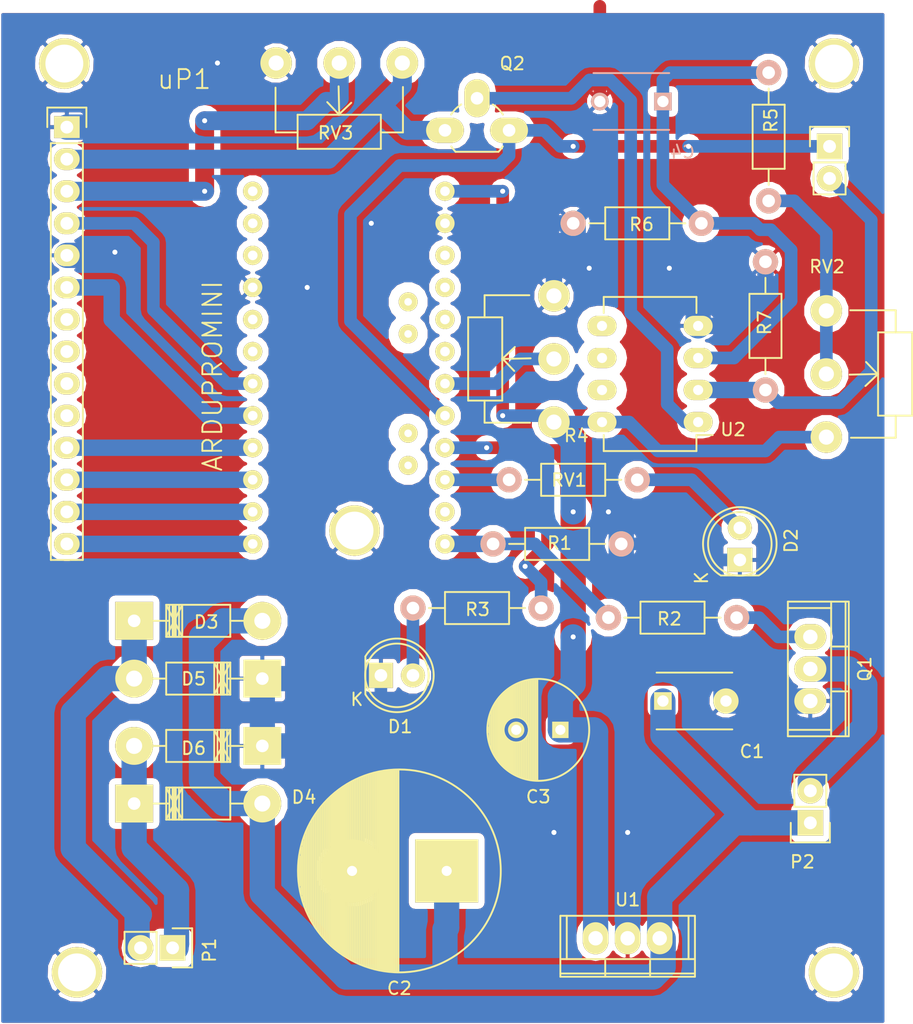
<source format=kicad_pcb>
(kicad_pcb (version 4) (host pcbnew 4.0.2+dfsg1-stable)
  (layers (0 F.Cu signal) (31 B.Cu signal) (34 B.Paste user) (35 F.Paste user) (36 B.SilkS user) (37 F.SilkS user) (38 B.Mask user) (39 F.Mask user) (44 Edge.Cuts user))
  (net 0 "")
  (net 1 /24V)
  (net 2 GND)
  (net 3 VCC)
  (net 4 "Net-(C4-Pad1)")
  (net 5 "Net-(D1-Pad2)")
  (net 6 "Net-(D2-Pad2)")
  (net 7 "Net-(D3-Pad1)")
  (net 8 "Net-(D4-Pad1)")
  (net 9 "Net-(P2-Pad2)")
  (net 10 /AD0)
  (net 11 "Net-(P3-Pad2)")
  (net 12 /VO)
  (net 13 /RS)
  (net 14 /E)
  (net 15 "Net-(P4-Pad7)")
  (net 16 "Net-(P4-Pad8)")
  (net 17 "Net-(P4-Pad9)")
  (net 18 "Net-(P4-Pad10)")
  (net 19 /D4)
  (net 20 /D5)
  (net 21 /D6)
  (net 22 /D7)
  (net 23 "Net-(Q1-Pad1)")
  (net 24 "Net-(Q2-Pad2)")
  (net 25 /PWM)
  (net 26 /LED_1)
  (net 27 /LED_2)
  (net 28 "Net-(R5-Pad1)")
  (net 29 /AD1)
  (net 30 "Net-(uP1-Pad7)")
  (net 31 "Net-(uP1-Pad8)")
  (net 32 "Net-(uP1-Pad9)")
  (net 33 "Net-(uP1-Pad11)")
  (net 34 "Net-(uP1-Pad12)")
  (net 35 "Net-(uP1-Pad21)")
  (net 36 "Net-(uP1-Pad22)")
  (net 37 "Net-(uP1-Pad23)")
  (net 38 "Net-(uP1-Pad24)")
  (net 39 "Net-(uP1-Pad29)")
  (module Wire_Pads:SolderWirePad_single_2mmDrill (layer F.Cu) (at 83 66)
    (fp_text reference " " (at 1 -3) (layer F.SilkS))
    (fp_text value "#")
    (pad " " thru_hole circle (at 0 0) (size 4 4) (drill 3) (layers *.Cu *.Adhes *.Mask F.SilkS) (net 2 GND))
  )
  (module Wire_Pads:SolderWirePad_single_2mmDrill (layer F.Cu) (at 61 101)
    (fp_text reference " " (at 1 -3) (layer F.SilkS))
    (fp_text value "#")
    (pad " " thru_hole circle (at 0 0) (size 4 4) (drill 3) (layers *.Cu *.Adhes *.Mask F.SilkS) (net 2 GND))
  )
  (module Wire_Pads:SolderWirePad_single_2mmDrill (layer F.Cu) (at 121 101)
    (fp_text reference " " (at 1 -3) (layer F.SilkS))
    (fp_text value "#")
    (pad " " thru_hole circle (at 0 0) (size 4 4) (drill 3) (layers *.Cu *.Adhes *.Mask F.SilkS) (net 2 GND))
  )
  (module Wire_Pads:SolderWirePad_single_2mmDrill (layer F.Cu) (at 121 29)
    (fp_text reference " " (at 1 -3) (layer F.SilkS))
    (fp_text value "#")
    (pad " " thru_hole circle (at 0 0) (size 4 4) (drill 3) (layers *.Cu *.Adhes *.Mask F.SilkS) (net 2 GND))
  )
  (module Potentiometers:Potentiometer_WirePads_largePads (layer F.Cu) (at 86.78926 28.956 270)
    (fp_text reference RV3 (at 5.544 5.28926 360) (layer F.SilkS))
    (fp_text value POT)
    (pad 2 thru_hole circle (at 0 5.00126 270) (size 2.49936 2.49936) (drill 1.19888) (layers *.Cu *.Mask F.SilkS) (net 12 /VO))
    (pad 3 thru_hole circle (at 0 10.00252 270) (size 2.49936 2.49936) (drill 1.19888) (layers *.Cu *.Mask F.SilkS) (net 2 GND))
    (pad 1 thru_hole circle (at 0 0 270) (size 2.49936 2.49936) (drill 1.19888) (layers *.Cu *.Mask F.SilkS) (net 3 VCC))
  )
  (module Potentiometers:Potentiometer_WirePads_largePads (layer F.Cu) (at 98.806 57.404 180)
    (fp_text reference RV1 (at -1.194 -4.596 180) (layer F.SilkS))
    (fp_text value POT)
    (pad 2 thru_hole circle (at 0 5.00126 180) (size 2.49936 2.49936) (drill 1.19888) (layers *.Cu *.Mask F.SilkS) (net 29 /AD1))
    (pad 3 thru_hole circle (at 0 10.00252 180) (size 2.49936 2.49936) (drill 1.19888) (layers *.Cu *.Mask F.SilkS) (net 2 GND))
    (pad 1 thru_hole circle (at 0 0 180) (size 2.49936 2.49936) (drill 1.19888) (layers *.Cu *.Mask F.SilkS) (net 3 VCC))
  )
  (module Capacitors_ThroughHole:C_Disc_D6_P5 (layer F.Cu) (at 107.442 79.502)
    (fp_text reference C1 (at 7.058 3.998) (layer F.SilkS))
    (fp_text value C)
    (pad 1 thru_hole rect (at 0 0) (size 1.4 1.4) (drill 0.9) (layers *.Cu *.Mask F.SilkS) (net 1 /24V))
    (pad 2 thru_hole circle (at 5 0) (size 2 2) (drill 0.9) (layers *.Cu *.Mask F.SilkS) (net 2 GND))
  )
  (module Capacitors_ThroughHole:C_Radial_D16_L25_P7.5 (layer F.Cu) (at 90.304 92.964 180)
    (fp_text reference C2 (at 3.75 -9.3 180) (layer F.SilkS))
    (fp_text value CP)
    (pad 1 thru_hole rect (at 0 0 180) (size 5 5) (drill 0.8) (layers *.Cu *.Mask F.SilkS) (net 1 /24V))
    (pad 2 thru_hole circle (at 7.5 0 180) (size 5 5) (drill 0.8) (layers *.Cu *.Mask F.SilkS) (net 2 GND))
  )
  (module Capacitors_ThroughHole:C_Radial_D8_L11.5_P3.5 (layer F.Cu) (at 99.314 81.788 180)
    (fp_text reference C3 (at 1.75 -5.3 180) (layer F.SilkS))
    (fp_text value CP)
    (pad 2 thru_hole circle (at 3.5 0 180) (size 1.3 1.3) (drill 0.8) (layers *.Cu *.Mask F.SilkS) (net 2 GND))
    (pad 1 thru_hole rect (at 0 0 180) (size 1.3 1.3) (drill 0.8) (layers *.Cu *.Mask F.SilkS) (net 3 VCC))
  )
  (module Capacitors_ThroughHole:C_Disc_D6_P5 (layer B.Cu) (at 107.442 32.004 180)
    (fp_text reference C4 (at -1.558 -4.004 180) (layer B.SilkS) (effects (justify mirror)))
    (fp_text value C)
    (pad 1 thru_hole rect (at 0 0 180) (size 1.4 1.4) (drill 0.9) (layers *.Cu *.Mask B.SilkS) (net 4 "Net-(C4-Pad1)"))
    (pad 2 thru_hole circle (at 5 0 180) (size 1.4 1.4) (drill 0.9) (layers *.Cu *.Mask B.SilkS) (net 2 GND))
  )
  (module LEDs:LED-5MM (layer F.Cu) (at 85.09 77.47)
    (fp_text reference D1 (at 1.524 4.064) (layer F.SilkS))
    (fp_text value LED)
    (fp_text user K (at -1.905 1.905) (layer F.SilkS))
    (pad 1 thru_hole rect (at 0 0 90) (size 2 1.9) (drill 1.00076) (layers *.Cu *.Mask F.SilkS) (net 2 GND))
    (pad 2 thru_hole circle (at 2.54 0) (size 1.9 1.9) (drill 1.00076) (layers *.Cu *.Mask F.SilkS) (net 5 "Net-(D1-Pad2)"))
  )
  (module LEDs:LED-5MM (layer F.Cu) (at 113.538 68.326 90)
    (fp_text reference D2 (at 1.524 4.064 90) (layer F.SilkS))
    (fp_text value LED)
    (fp_text user K (at -1.424 -3.038 90) (layer F.SilkS))
    (pad 1 thru_hole rect (at 0 0 180) (size 2 1.9) (drill 1.00076) (layers *.Cu *.Mask F.SilkS) (net 2 GND))
    (pad 2 thru_hole circle (at 2.54 0 90) (size 1.9 1.9) (drill 1.00076) (layers *.Cu *.Mask F.SilkS) (net 6 "Net-(D2-Pad2)"))
  )
  (module Diodes_ThroughHole:Diode_DO-41_SOD81_Horizontal_RM10 (layer F.Cu) (at 65.532 73.152)
    (fp_text reference D3 (at 5.718 0.098) (layer F.SilkS))
    (fp_text value DIODE)
    (pad 2 thru_hole circle (at 10.16 -0.00254 180) (size 3 3) (drill 1.27) (layers *.Cu *.Mask F.SilkS) (net 1 /24V))
    (pad 1 thru_hole rect (at 0 -0.00254 180) (size 3 3) (drill 1.00076) (layers *.Cu *.Mask F.SilkS) (net 7 "Net-(D3-Pad1)"))
  )
  (module Diodes_ThroughHole:Diode_DO-41_SOD81_Horizontal_RM10 (layer F.Cu) (at 65.532 87.63)
    (fp_text reference D4 (at 13.462 -0.508) (layer F.SilkS))
    (fp_text value DIODE)
    (pad 2 thru_hole circle (at 10.16 -0.00254 180) (size 3 3) (drill 1.27) (layers *.Cu *.Mask F.SilkS) (net 1 /24V))
    (pad 1 thru_hole rect (at 0 -0.00254 180) (size 3 3) (drill 1.00076) (layers *.Cu *.Mask F.SilkS) (net 8 "Net-(D4-Pad1)"))
  )
  (module Diodes_ThroughHole:Diode_DO-41_SOD81_Horizontal_RM10 (layer F.Cu) (at 75.692 77.724 180)
    (fp_text reference D5 (at 5.442 -0.026 180) (layer F.SilkS))
    (fp_text value DIODE)
    (pad 2 thru_hole circle (at 10.16 -0.00254) (size 3 3) (drill 1.27) (layers *.Cu *.Mask F.SilkS) (net 7 "Net-(D3-Pad1)"))
    (pad 1 thru_hole rect (at 0 -0.00254) (size 3 3) (drill 1.00076) (layers *.Cu *.Mask F.SilkS) (net 2 GND))
  )
  (module Diodes_ThroughHole:Diode_DO-41_SOD81_Horizontal_RM10 (layer F.Cu) (at 75.692 83.058 180)
    (fp_text reference D6 (at 5.442 -0.192 180) (layer F.SilkS))
    (fp_text value DIODE)
    (pad 2 thru_hole circle (at 10.16 -0.00254) (size 3 3) (drill 1.27) (layers *.Cu *.Mask F.SilkS) (net 8 "Net-(D4-Pad1)"))
    (pad 1 thru_hole rect (at 0 -0.00254) (size 3 3) (drill 1.00076) (layers *.Cu *.Mask F.SilkS) (net 2 GND))
  )
  (module Pin_Headers:Pin_Header_Straight_1x02 (layer F.Cu) (at 68.58 99.06 270)
    (fp_text reference P1 (at 0.19 -2.92 270) (layer F.SilkS))
    (fp_text value AC_IN)
    (pad 1 thru_hole rect (at 0 0 270) (size 2.032 2.032) (drill 1.016) (layers *.Cu *.Mask F.SilkS) (net 8 "Net-(D4-Pad1)"))
    (pad 2 thru_hole oval (at 0 2.54 270) (size 2.032 2.032) (drill 1.016) (layers *.Cu *.Mask F.SilkS) (net 7 "Net-(D3-Pad1)"))
  )
  (module Pin_Headers:Pin_Header_Straight_1x02 (layer F.Cu) (at 119.126 89.154 180)
    (fp_text reference P2 (at 0.626 -3.096 180) (layer F.SilkS))
    (fp_text value HEATER_OUT)
    (pad 1 thru_hole rect (at 0 0 180) (size 2.032 2.032) (drill 1.016) (layers *.Cu *.Mask F.SilkS) (net 1 /24V))
    (pad 2 thru_hole oval (at 0 2.54 180) (size 2.032 2.032) (drill 1.016) (layers *.Cu *.Mask F.SilkS) (net 9 "Net-(P2-Pad2)"))
  )
  (module Pin_Headers:Pin_Header_Straight_1x02 (layer F.Cu) (at 120.65 35.56)
    (fp_text reference P3 (at 0 -5.1) (layer F.SilkS))
    (fp_text value TEMP_SENSOR)
    (pad 1 thru_hole rect (at 0 0) (size 2.032 2.032) (drill 1.016) (layers *.Cu *.Mask F.SilkS) (net 10 /AD0))
    (pad 2 thru_hole oval (at 0 2.54) (size 2.032 2.032) (drill 1.016) (layers *.Cu *.Mask F.SilkS) (net 11 "Net-(P3-Pad2)"))
  )
  (module Pin_Headers:Pin_Header_Straight_1x14 (layer F.Cu) (at 60.198 34.036)
    (fp_text reference P4 (at 0 -5.1) (layer F.SilkS))
    (fp_text value CONN_01X14)
    (pad 1 thru_hole rect (at 0 0) (size 2.032 1.7272) (drill 1.016) (layers *.Cu *.Mask F.SilkS) (net 2 GND))
    (pad 2 thru_hole oval (at 0 2.54) (size 2.032 1.7272) (drill 1.016) (layers *.Cu *.Mask F.SilkS) (net 3 VCC))
    (pad 3 thru_hole oval (at 0 5.08) (size 2.032 1.7272) (drill 1.016) (layers *.Cu *.Mask F.SilkS) (net 12 /VO))
    (pad 4 thru_hole oval (at 0 7.62) (size 2.032 1.7272) (drill 1.016) (layers *.Cu *.Mask F.SilkS) (net 13 /RS))
    (pad 5 thru_hole oval (at 0 10.16) (size 2.032 1.7272) (drill 1.016) (layers *.Cu *.Mask F.SilkS) (net 2 GND))
    (pad 6 thru_hole oval (at 0 12.7) (size 2.032 1.7272) (drill 1.016) (layers *.Cu *.Mask F.SilkS) (net 14 /E))
    (pad 7 thru_hole oval (at 0 15.24) (size 2.032 1.7272) (drill 1.016) (layers *.Cu *.Mask F.SilkS) (net 15 "Net-(P4-Pad7)"))
    (pad 8 thru_hole oval (at 0 17.78) (size 2.032 1.7272) (drill 1.016) (layers *.Cu *.Mask F.SilkS) (net 16 "Net-(P4-Pad8)"))
    (pad 9 thru_hole oval (at 0 20.32) (size 2.032 1.7272) (drill 1.016) (layers *.Cu *.Mask F.SilkS) (net 17 "Net-(P4-Pad9)"))
    (pad 10 thru_hole oval (at 0 22.86) (size 2.032 1.7272) (drill 1.016) (layers *.Cu *.Mask F.SilkS) (net 18 "Net-(P4-Pad10)"))
    (pad 11 thru_hole oval (at 0 25.4) (size 2.032 1.7272) (drill 1.016) (layers *.Cu *.Mask F.SilkS) (net 19 /D4))
    (pad 12 thru_hole oval (at 0 27.94) (size 2.032 1.7272) (drill 1.016) (layers *.Cu *.Mask F.SilkS) (net 20 /D5))
    (pad 13 thru_hole oval (at 0 30.48) (size 2.032 1.7272) (drill 1.016) (layers *.Cu *.Mask F.SilkS) (net 21 /D6))
    (pad 14 thru_hole oval (at 0 33.02) (size 2.032 1.7272) (drill 1.016) (layers *.Cu *.Mask F.SilkS) (net 22 /D7))
  )
  (module Power_Integrations:TO-220 (layer F.Cu) (at 119.126 76.962 270)
    (fp_text reference Q1 (at 0 -4.318 270) (layer F.SilkS))
    (fp_text value IRF540N)
    (pad 2 thru_hole oval (at 0 0 270) (size 2.032 2.54) (drill 1.143) (layers *.Cu *.Mask F.SilkS) (net 9 "Net-(P2-Pad2)"))
    (pad 3 thru_hole oval (at 2.54 0 270) (size 2.032 2.54) (drill 1.143) (layers *.Cu *.Mask F.SilkS) (net 2 GND))
    (pad 1 thru_hole oval (at -2.54 0 270) (size 2.032 2.54) (drill 1.143) (layers *.Cu *.Mask F.SilkS) (net 23 "Net-(Q1-Pad1)"))
  )
  (module TO_SOT_Packages_THT:TO-92_Rugged (layer F.Cu) (at 90.17 34.29)
    (fp_text reference Q2 (at 5.33 -5.29) (layer F.SilkS))
    (fp_text value BC547)
    (pad 2 thru_hole oval (at 2.54 -2.54 90) (size 2.99974 1.99898) (drill 1) (layers *.Cu *.Mask F.SilkS) (net 24 "Net-(Q2-Pad2)"))
    (pad 1 thru_hole oval (at 0 0 90) (size 1.99898 2.99974) (drill 1) (layers *.Cu *.Mask F.SilkS) (net 3 VCC))
    (pad 3 thru_hole oval (at 5.08 0 90) (size 1.99898 2.99974) (drill 1) (layers *.Cu *.Mask F.SilkS) (net 10 /AD0))
  )
  (module Resistors_ThroughHole:Resistor_Horizontal_RM10mm (layer F.Cu) (at 93.98 67.056)
    (fp_text reference R1 (at 5.27 -0.056) (layer F.SilkS))
    (fp_text value R)
    (pad 1 thru_hole circle (at 0 0) (size 1.99898 1.99898) (drill 1.00076) (layers *.Cu *.SilkS *.Mask) (net 25 /PWM))
    (pad 2 thru_hole circle (at 10.16 0) (size 1.99898 1.99898) (drill 1.00076) (layers *.Cu *.SilkS *.Mask) (net 2 GND))
  )
  (module Resistors_ThroughHole:Resistor_Horizontal_RM10mm (layer F.Cu) (at 113.284 72.898 180)
    (fp_text reference R2 (at 5.32892 -0.102 180) (layer F.SilkS))
    (fp_text value R)
    (pad 1 thru_hole circle (at 0 0 180) (size 1.99898 1.99898) (drill 1.00076) (layers *.Cu *.SilkS *.Mask) (net 23 "Net-(Q1-Pad1)"))
    (pad 2 thru_hole circle (at 10.16 0 180) (size 1.99898 1.99898) (drill 1.00076) (layers *.Cu *.SilkS *.Mask) (net 25 /PWM))
  )
  (module Resistors_ThroughHole:Resistor_Horizontal_RM10mm (layer F.Cu) (at 97.79 72.136 180)
    (fp_text reference R3 (at 5.04 -0.114 180) (layer F.SilkS))
    (fp_text value R)
    (pad 1 thru_hole circle (at 0 0 180) (size 1.99898 1.99898) (drill 1.00076) (layers *.Cu *.SilkS *.Mask) (net 26 /LED_1))
    (pad 2 thru_hole circle (at 10.16 0 180) (size 1.99898 1.99898) (drill 1.00076) (layers *.Cu *.SilkS *.Mask) (net 5 "Net-(D1-Pad2)"))
  )
  (module Resistors_ThroughHole:Resistor_Horizontal_RM10mm (layer F.Cu) (at 95.25 61.976)
    (fp_text reference R4 (at 5.32892 -3.50012) (layer F.SilkS))
    (fp_text value R)
    (pad 1 thru_hole circle (at 0 0) (size 1.99898 1.99898) (drill 1.00076) (layers *.Cu *.SilkS *.Mask) (net 27 /LED_2))
    (pad 2 thru_hole circle (at 10.16 0) (size 1.99898 1.99898) (drill 1.00076) (layers *.Cu *.SilkS *.Mask) (net 6 "Net-(D2-Pad2)"))
  )
  (module Resistors_ThroughHole:Resistor_Horizontal_RM10mm (layer F.Cu) (at 115.824 39.878 90)
    (fp_text reference R5 (at 6.378 0.176 90) (layer F.SilkS))
    (fp_text value R)
    (pad 1 thru_hole circle (at 0 0 90) (size 1.99898 1.99898) (drill 1.00076) (layers *.Cu *.SilkS *.Mask) (net 28 "Net-(R5-Pad1)"))
    (pad 2 thru_hole circle (at 10.16 0 90) (size 1.99898 1.99898) (drill 1.00076) (layers *.Cu *.SilkS *.Mask) (net 4 "Net-(C4-Pad1)"))
  )
  (module Resistors_ThroughHole:Resistor_Horizontal_RM10mm (layer F.Cu) (at 110.49 41.656 180)
    (fp_text reference R6 (at 4.74 -0.094 180) (layer F.SilkS))
    (fp_text value R)
    (pad 1 thru_hole circle (at 0 0 180) (size 1.99898 1.99898) (drill 1.00076) (layers *.Cu *.SilkS *.Mask) (net 4 "Net-(C4-Pad1)"))
    (pad 2 thru_hole circle (at 10.16 0 180) (size 1.99898 1.99898) (drill 1.00076) (layers *.Cu *.SilkS *.Mask) (net 2 GND))
  )
  (module Resistors_ThroughHole:Resistor_Horizontal_RM10mm (layer F.Cu) (at 115.57 54.864 90)
    (fp_text reference R7 (at 5.32892 -0.07 90) (layer F.SilkS))
    (fp_text value 47)
    (pad 1 thru_hole circle (at 0 0 90) (size 1.99898 1.99898) (drill 1.00076) (layers *.Cu *.SilkS *.Mask) (net 11 "Net-(P3-Pad2)"))
    (pad 2 thru_hole circle (at 10.16 0 90) (size 1.99898 1.99898) (drill 1.00076) (layers *.Cu *.SilkS *.Mask) (net 2 GND))
  )
  (module Potentiometers:Potentiometer_WirePads_largePads (layer F.Cu) (at 120.396 48.59274)
    (fp_text reference RV2 (at 0.0508 -3.49758) (layer F.SilkS))
    (fp_text value POT)
    (pad 2 thru_hole circle (at 0 5.00126) (size 2.49936 2.49936) (drill 1.19888) (layers *.Cu *.Mask F.SilkS) (net 28 "Net-(R5-Pad1)"))
    (pad 3 thru_hole circle (at 0 10.00252) (size 2.49936 2.49936) (drill 1.19888) (layers *.Cu *.Mask F.SilkS) (net 3 VCC))
    (pad 1 thru_hole circle (at 0 0) (size 2.49936 2.49936) (drill 1.19888) (layers *.Cu *.Mask F.SilkS) (net 28 "Net-(R5-Pad1)"))
  )
  (module Power_Integrations:TO-220 (layer F.Cu) (at 104.648 98.298 180)
    (fp_text reference U1 (at 0 3.048 180) (layer F.SilkS))
    (fp_text value LM7805CT)
    (pad 2 thru_hole oval (at 0 0 180) (size 2.032 2.54) (drill 1.143) (layers *.Cu *.Mask F.SilkS) (net 2 GND))
    (pad 3 thru_hole oval (at 2.54 0 180) (size 2.032 2.54) (drill 1.143) (layers *.Cu *.Mask F.SilkS) (net 3 VCC))
    (pad 1 thru_hole oval (at -2.54 0 180) (size 2.032 2.54) (drill 1.143) (layers *.Cu *.Mask F.SilkS) (net 1 /24V))
  )
  (module Housings_DIP:DIP-8_W7.62mm_LongPads (layer F.Cu) (at 110.236 57.404 180)
    (fp_text reference U2 (at -2.764 -0.596 180) (layer F.SilkS))
    (fp_text value LM358N)
    (pad 1 thru_hole oval (at 0 0 180) (size 2.3 1.6) (drill 0.8) (layers *.Cu *.Mask F.SilkS) (net 24 "Net-(Q2-Pad2)"))
    (pad 2 thru_hole oval (at 0 2.54 180) (size 2.3 1.6) (drill 0.8) (layers *.Cu *.Mask F.SilkS) (net 11 "Net-(P3-Pad2)"))
    (pad 3 thru_hole oval (at 0 5.08 180) (size 2.3 1.6) (drill 0.8) (layers *.Cu *.Mask F.SilkS) (net 4 "Net-(C4-Pad1)"))
    (pad 4 thru_hole oval (at 0 7.62 180) (size 2.3 1.6) (drill 0.8) (layers *.Cu *.Mask F.SilkS) (net 2 GND))
    (pad 5 thru_hole oval (at 7.62 7.62 180) (size 2.3 1.6) (drill 0.8) (layers *.Cu *.Mask F.SilkS))
    (pad 6 thru_hole oval (at 7.62 5.08 180) (size 2.3 1.6) (drill 0.8) (layers *.Cu *.Mask F.SilkS))
    (pad 7 thru_hole oval (at 7.62 2.54 180) (size 2.3 1.6) (drill 0.8) (layers *.Cu *.Mask F.SilkS))
    (pad 8 thru_hole oval (at 7.62 0 180) (size 2.3 1.6) (drill 0.8) (layers *.Cu *.Mask F.SilkS) (net 3 VCC))
  )
  (module ArduProMiniTKB:ArduProMini-6 (layer F.Cu) (at 72.39 32.766)
    (fp_text reference uP1 (at -2.89 -2.516) (layer F.SilkS) (effects (font (size 1.5 1.5))))
    (fp_text value ARDUPROMINI (at -0.64 20.984 90) (layer F.SilkS) (effects (font (size 1.5 1.5))))
    (pad 7 thru_hole circle (at 2.54 6.35) (size 1.524 1.524) (drill 0.762) (layers *.Cu *.Mask F.SilkS) (net 30 "Net-(uP1-Pad7)"))
    (pad 8 thru_hole circle (at 2.54 8.89) (size 1.524 1.524) (drill 0.762) (layers *.Cu *.Mask F.SilkS) (net 31 "Net-(uP1-Pad8)"))
    (pad 9 thru_hole circle (at 2.54 11.43) (size 1.524 1.524) (drill 0.762) (layers *.Cu *.Mask F.SilkS) (net 32 "Net-(uP1-Pad9)"))
    (pad 10 thru_hole circle (at 2.54 13.97) (size 1.524 1.524) (drill 0.762) (layers *.Cu *.Mask F.SilkS) (net 2 GND))
    (pad 11 thru_hole circle (at 2.54 16.51) (size 1.524 1.524) (drill 0.762) (layers *.Cu *.Mask F.SilkS) (net 33 "Net-(uP1-Pad11)"))
    (pad 12 thru_hole circle (at 2.54 19.05) (size 1.524 1.524) (drill 0.762) (layers *.Cu *.Mask F.SilkS) (net 34 "Net-(uP1-Pad12)"))
    (pad 13 thru_hole circle (at 2.54 21.59) (size 1.524 1.524) (drill 0.762) (layers *.Cu *.Mask F.SilkS) (net 13 /RS))
    (pad 14 thru_hole circle (at 2.54 24.13) (size 1.524 1.524) (drill 0.762) (layers *.Cu *.Mask F.SilkS) (net 14 /E))
    (pad 15 thru_hole circle (at 2.54 26.67) (size 1.524 1.524) (drill 0.762) (layers *.Cu *.Mask F.SilkS) (net 19 /D4))
    (pad 16 thru_hole circle (at 2.54 29.21) (size 1.524 1.524) (drill 0.762) (layers *.Cu *.Mask F.SilkS) (net 20 /D5))
    (pad 17 thru_hole circle (at 2.54 31.75) (size 1.524 1.524) (drill 0.762) (layers *.Cu *.Mask F.SilkS) (net 21 /D6))
    (pad 18 thru_hole circle (at 2.54 34.29) (size 1.524 1.524) (drill 0.762) (layers *.Cu *.Mask F.SilkS) (net 22 /D7))
    (pad 19 thru_hole circle (at 17.78 6.35) (size 1.524 1.524) (drill 0.762) (layers *.Cu *.Mask F.SilkS) (net 3 VCC))
    (pad 20 thru_hole circle (at 17.78 8.89) (size 1.524 1.524) (drill 0.762) (layers *.Cu *.Mask F.SilkS) (net 2 GND))
    (pad 21 thru_hole circle (at 17.78 11.43) (size 1.524 1.524) (drill 0.762) (layers *.Cu *.Mask F.SilkS) (net 35 "Net-(uP1-Pad21)"))
    (pad 22 thru_hole circle (at 17.78 13.97) (size 1.524 1.524) (drill 0.762) (layers *.Cu *.Mask F.SilkS) (net 36 "Net-(uP1-Pad22)"))
    (pad 23 thru_hole circle (at 17.78 16.51) (size 1.524 1.524) (drill 0.762) (layers *.Cu *.Mask F.SilkS) (net 37 "Net-(uP1-Pad23)"))
    (pad 24 thru_hole circle (at 17.78 19.05) (size 1.524 1.524) (drill 0.762) (layers *.Cu *.Mask F.SilkS) (net 38 "Net-(uP1-Pad24)"))
    (pad 25 thru_hole circle (at 17.78 21.59) (size 1.524 1.524) (drill 0.762) (layers *.Cu *.Mask F.SilkS) (net 29 /AD1))
    (pad 26 thru_hole circle (at 17.78 24.13) (size 1.524 1.524) (drill 0.762) (layers *.Cu *.Mask F.SilkS) (net 10 /AD0))
    (pad 27 thru_hole circle (at 17.78 26.67) (size 1.524 1.524) (drill 0.762) (layers *.Cu *.Mask F.SilkS) (net 26 /LED_1))
    (pad 28 thru_hole circle (at 17.78 29.21) (size 1.524 1.524) (drill 0.762) (layers *.Cu *.Mask F.SilkS) (net 27 /LED_2))
    (pad 29 thru_hole circle (at 17.78 31.75) (size 1.524 1.524) (drill 0.762) (layers *.Cu *.Mask F.SilkS) (net 39 "Net-(uP1-Pad29)"))
    (pad 30 thru_hole circle (at 17.78 34.29) (size 1.524 1.524) (drill 0.762) (layers *.Cu *.Mask F.SilkS) (net 25 /PWM))
    (pad 31 thru_hole circle (at 14.859 15.113) (size 1.5 1.5) (drill 0.6) (layers *.Cu *.Mask F.SilkS))
    (pad 32 thru_hole circle (at 14.859 17.653) (size 1.5 1.5) (drill 0.6) (layers *.Cu *.Mask F.SilkS))
    (pad 34 thru_hole circle (at 14.859 25.527) (size 1.5 1.5) (drill 0.6) (layers *.Cu *.Mask F.SilkS))
    (pad 35 thru_hole circle (at 14.859 28.067) (size 1.5 1.5) (drill 0.6) (layers *.Cu *.Mask F.SilkS))
  )
  (module Wire_Pads:SolderWirePad_single_2mmDrill (layer F.Cu) (at 60 29)
    (fp_text reference " " (at 4.75 -2.25) (layer F.SilkS))
    (fp_text value "#")
    (pad " " thru_hole circle (at 0 0) (size 4 4) (drill 3) (layers *.Cu *.Adhes *.Mask F.SilkS) (net 2 GND))
  )
  (segment (start 107.188 98.298) (end 107.188 95.028) (width 2) (layer B.Cu) (net 1))
  (segment (start 107.188 95.028) (end 113.062 89.154) (width 2) (layer B.Cu) (net 1))
  (segment (start 113.062 89.154) (end 114.394 89.154) (width 2) (layer B.Cu) (net 1))
  (segment (start 114.394 89.154) (end 119.126 89.154) (width 2) (layer B.Cu) (net 1))
  (segment (start 107.442 79.502) (end 107.442 82.202) (width 2) (layer B.Cu) (net 1))
  (segment (start 107.442 82.202) (end 114.394 89.154) (width 2) (layer B.Cu) (net 1))
  (segment (start 82.31801 101.36801) (end 90.17 101.36801) (width 2) (layer B.Cu) (net 1))
  (segment (start 90.17 101.36801) (end 106.65799 101.36801) (width 2) (layer B.Cu) (net 1))
  (segment (start 90.304 92.964) (end 90.304 97.464) (width 2) (layer B.Cu) (net 1))
  (segment (start 90.17 97.598) (end 90.17 101.36801) (width 2) (layer B.Cu) (net 1))
  (segment (start 90.304 97.464) (end 90.17 97.598) (width 2) (layer B.Cu) (net 1))
  (segment (start 75.692 87.62746) (end 75.692 94.742) (width 2) (layer B.Cu) (net 1))
  (segment (start 75.692 94.742) (end 82.31801 101.36801) (width 2) (layer B.Cu) (net 1))
  (segment (start 106.65799 101.36801) (end 107.46401 100.56199) (width 2) (layer B.Cu) (net 1))
  (segment (start 107.46401 99.718429) (end 107.46401 98.298) (width 2) (layer B.Cu) (net 1))
  (segment (start 107.46401 100.56199) (end 107.46401 99.718429) (width 2) (layer B.Cu) (net 1))
  (segment (start 75.692 73.14946) (end 72.64654 73.14946) (width 2) (layer B.Cu) (net 1))
  (segment (start 72.64146 87.62746) (end 75.692 87.62746) (width 2) (layer B.Cu) (net 1))
  (segment (start 71.12 86.106) (end 72.64146 87.62746) (width 2) (layer B.Cu) (net 1))
  (segment (start 70.866 74.422) (end 70.866 85.852) (width 2) (layer B.Cu) (net 1))
  (segment (start 72.64654 73.14946) (end 71.12 74.676) (width 2) (layer B.Cu) (net 1))
  (segment (start 60.198 44.196) (end 63.754 44.196) (width 2) (layer B.Cu) (net 2))
  (segment (start 70.358 28.956) (end 72.136 28.956) (width 2) (layer F.Cu) (net 2))
  (segment (start 68.326 30.988) (end 70.358 28.956) (width 2) (layer F.Cu) (net 2))
  (segment (start 68.326 39.624) (end 68.326 30.988) (width 2) (layer F.Cu) (net 2))
  (segment (start 64.008 43.942) (end 68.326 39.624) (width 2) (layer F.Cu) (net 2))
  (via (at 64.008 43.942) (size 0.6) (drill 0.4) (layers F.Cu B.Cu) (net 2))
  (segment (start 63.754 44.196) (end 64.008 43.942) (width 2) (layer B.Cu) (net 2))
  (segment (start 79.248 46.736) (end 81.788 44.196) (width 1) (layer F.Cu) (net 2))
  (segment (start 80.01 42.418) (end 81.788 44.196) (width 1) (layer F.Cu) (net 2))
  (segment (start 81.788 44.196) (end 84.328 41.656) (width 1) (layer F.Cu) (net 2))
  (segment (start 80.01 41.656) (end 80.01 42.418) (width 1) (layer F.Cu) (net 2))
  (segment (start 80.01 37.254264) (end 80.01 41.656) (width 2) (layer F.Cu) (net 2))
  (segment (start 72.136 28.956) (end 72.136 29.380264) (width 2) (layer F.Cu) (net 2))
  (segment (start 72.136 29.380264) (end 80.01 37.254264) (width 2) (layer F.Cu) (net 2))
  (segment (start 65.278 34.036) (end 60.198 34.036) (width 2) (layer B.Cu) (net 2))
  (segment (start 72.136 28.956) (end 70.358 28.956) (width 2) (layer B.Cu) (net 2))
  (segment (start 70.358 28.956) (end 65.278 34.036) (width 2) (layer B.Cu) (net 2))
  (segment (start 76.78674 28.956) (end 72.136 28.956) (width 2) (layer B.Cu) (net 2))
  (via (at 72.136 28.956) (size 0.6) (drill 0.4) (layers F.Cu B.Cu) (net 2))
  (segment (start 110.236 48.006) (end 110.236 47.498) (width 1) (layer B.Cu) (net 2))
  (segment (start 110.236 48.006) (end 110.236 49.784) (width 2) (layer B.Cu) (net 2))
  (segment (start 107.95 45.212) (end 110.236 47.498) (width 2) (layer B.Cu) (net 2))
  (segment (start 100.33 41.656) (end 100.33 43.942) (width 2) (layer B.Cu) (net 2))
  (segment (start 100.33 43.942) (end 101.6 45.212) (width 2) (layer B.Cu) (net 2))
  (segment (start 107.95 45.212) (end 101.6 45.212) (width 2) (layer F.Cu) (net 2))
  (segment (start 107.95 45.212) (end 105.664 45.212) (width 1) (layer F.Cu) (net 2))
  (segment (start 105.664 45.212) (end 101.6 45.212) (width 1) (layer F.Cu) (net 2))
  (segment (start 103.124 64.516) (end 103.124 63.389248) (width 2) (layer F.Cu) (net 2))
  (segment (start 103.124 63.389248) (end 102.910509 63.175757) (width 2) (layer F.Cu) (net 2))
  (segment (start 102.910509 63.175757) (end 102.910509 60.712196) (width 2) (layer F.Cu) (net 2))
  (segment (start 102.910509 60.712196) (end 105.664 57.958705) (width 2) (layer F.Cu) (net 2))
  (segment (start 105.664 57.958705) (end 105.664 45.212) (width 2) (layer F.Cu) (net 2))
  (segment (start 104.14 67.056) (end 104.14 65.532) (width 2) (layer B.Cu) (net 2))
  (segment (start 104.14 65.532) (end 103.124 64.516) (width 2) (layer B.Cu) (net 2))
  (via (at 103.124 64.516) (size 0.6) (drill 0.4) (layers F.Cu B.Cu) (net 2))
  (via (at 101.6 45.212) (size 0.6) (drill 0.4) (layers F.Cu B.Cu) (net 2))
  (via (at 107.95 45.212) (size 0.6) (drill 0.4) (layers F.Cu B.Cu) (net 2))
  (segment (start 102.442 32.004) (end 102.442 24.464) (width 1) (layer F.Cu) (net 2))
  (segment (start 102.442 39.544) (end 100.33 41.656) (width 1) (layer B.Cu) (net 2))
  (segment (start 107.806508 72.136) (end 107.806508 75.327492) (width 2) (layer B.Cu) (net 2))
  (segment (start 107.806508 75.327492) (end 106.934 76.2) (width 2) (layer B.Cu) (net 2))
  (segment (start 104.14 67.056) (end 104.14 68.469492) (width 2) (layer B.Cu) (net 2))
  (segment (start 104.14 68.469492) (end 107.806508 72.136) (width 2) (layer B.Cu) (net 2))
  (segment (start 104.648 89.916) (end 104.648 78.486) (width 2) (layer B.Cu) (net 2))
  (segment (start 104.648 78.486) (end 106.934 76.2) (width 2) (layer B.Cu) (net 2))
  (segment (start 106.934 76.2) (end 111.252 76.2) (width 2) (layer B.Cu) (net 2))
  (segment (start 111.252 76.2) (end 112.442 77.39) (width 2) (layer B.Cu) (net 2))
  (segment (start 112.442 77.39) (end 112.442 79.502) (width 2) (layer B.Cu) (net 2))
  (segment (start 104.648 89.916) (end 104.648 98.298) (width 2) (layer B.Cu) (net 2))
  (via (at 104.648 89.916) (size 0.6) (drill 0.4) (layers F.Cu B.Cu) (net 2))
  (segment (start 98.806 89.916) (end 104.648 89.916) (width 2) (layer F.Cu) (net 2))
  (segment (start 95.814 81.788) (end 95.814 86.924) (width 2) (layer B.Cu) (net 2))
  (segment (start 95.814 86.924) (end 98.806 89.916) (width 2) (layer B.Cu) (net 2))
  (via (at 98.806 89.916) (size 0.6) (drill 0.4) (layers F.Cu B.Cu) (net 2))
  (segment (start 95.814 81.788) (end 87.408 81.788) (width 1) (layer B.Cu) (net 2))
  (segment (start 87.408 81.788) (end 85.09 79.47) (width 1) (layer B.Cu) (net 2))
  (segment (start 85.09 79.47) (end 85.09 77.47) (width 1) (layer B.Cu) (net 2))
  (segment (start 75.692 77.72654) (end 79.192 77.72654) (width 2) (layer B.Cu) (net 2))
  (segment (start 79.192 77.72654) (end 79.44854 77.47) (width 2) (layer B.Cu) (net 2))
  (segment (start 79.44854 77.47) (end 84.879999 77.47) (width 2) (layer B.Cu) (net 2))
  (segment (start 82.804 92.964) (end 82.804 89.428467) (width 2) (layer B.Cu) (net 2))
  (segment (start 82.804 89.428467) (end 80.518 87.142467) (width 2) (layer B.Cu) (net 2))
  (segment (start 80.518 87.142467) (end 80.518 84.38654) (width 2) (layer B.Cu) (net 2))
  (segment (start 80.518 84.38654) (end 79.192 83.06054) (width 2) (layer B.Cu) (net 2))
  (segment (start 79.192 83.06054) (end 75.692 83.06054) (width 2) (layer B.Cu) (net 2))
  (via (at 79.248 46.736) (size 0.6) (drill 0.4) (layers F.Cu B.Cu) (net 2))
  (via (at 84.328 41.656) (size 0.6) (drill 0.4) (layers F.Cu B.Cu) (net 2))
  (segment (start 90.17 41.656) (end 97.282 41.656) (width 1.3) (layer B.Cu) (net 2))
  (segment (start 97.282 41.656) (end 100.33 41.656) (width 1.3) (layer B.Cu) (net 2))
  (segment (start 98.806 47.40148) (end 98.806 45.634166) (width 1.3) (layer B.Cu) (net 2))
  (segment (start 97.282 44.110166) (end 97.282 41.656) (width 1.3) (layer B.Cu) (net 2))
  (segment (start 98.806 45.634166) (end 97.282 44.110166) (width 1.3) (layer B.Cu) (net 2))
  (segment (start 84.328 41.656) (end 90.17 41.656) (width 1.3) (layer B.Cu) (net 2))
  (segment (start 74.93 46.736) (end 79.248 46.736) (width 1.3) (layer B.Cu) (net 2))
  (segment (start 115.57 47.498) (end 115.57 44.704) (width 1.3) (layer B.Cu) (net 2))
  (segment (start 113.284 49.784) (end 115.57 47.498) (width 1.3) (layer B.Cu) (net 2))
  (segment (start 110.236 49.784) (end 113.284 49.784) (width 1.3) (layer B.Cu) (net 2))
  (segment (start 107.696 67.056) (end 104.14 67.056) (width 1) (layer B.Cu) (net 2))
  (segment (start 108.966 68.326) (end 107.696 67.056) (width 1) (layer B.Cu) (net 2))
  (segment (start 113.538 68.326) (end 108.966 68.326) (width 1) (layer B.Cu) (net 2))
  (segment (start 112.442 79.502) (end 119.126 79.502) (width 2) (layer B.Cu) (net 2))
  (segment (start 75.692 77.72654) (end 75.692 83.06054) (width 2) (layer B.Cu) (net 2))
  (segment (start 100.33 64.516) (end 100.33 58.928) (width 2) (layer B.Cu) (net 3))
  (segment (start 100.33 58.928) (end 98.806 57.404) (width 2) (layer B.Cu) (net 3))
  (via (at 100.33 64.516) (size 0.6) (drill 0.4) (layers F.Cu B.Cu) (net 3))
  (segment (start 100.33 74.422) (end 100.33 64.516) (width 2) (layer F.Cu) (net 3))
  (segment (start 100.33 78.122) (end 100.33 74.422) (width 2) (layer B.Cu) (net 3))
  (via (at 100.33 74.422) (size 0.6) (drill 0.4) (layers F.Cu B.Cu) (net 3))
  (segment (start 99.314 81.788) (end 99.314 79.138) (width 2) (layer B.Cu) (net 3))
  (segment (start 99.314 79.138) (end 100.33 78.122) (width 2) (layer B.Cu) (net 3))
  (segment (start 94.742 56.896) (end 98.298 56.896) (width 1) (layer B.Cu) (net 3))
  (segment (start 98.298 56.896) (end 98.806 57.404) (width 1) (layer B.Cu) (net 3))
  (via (at 94.742 56.896) (size 0.6) (drill 0.4) (layers F.Cu B.Cu) (net 3))
  (segment (start 94.742 45.212) (end 94.742 56.896) (width 1) (layer F.Cu) (net 3))
  (segment (start 94.742 39.116) (end 94.742 45.212) (width 1) (layer F.Cu) (net 3))
  (segment (start 91.24763 39.116) (end 93.472 39.116) (width 1) (layer B.Cu) (net 3))
  (segment (start 93.472 39.116) (end 94.742 39.116) (width 1) (layer B.Cu) (net 3))
  (via (at 94.742 39.116) (size 0.6) (drill 0.4) (layers F.Cu B.Cu) (net 3))
  (segment (start 90.17 39.116) (end 91.24763 39.116) (width 1) (layer B.Cu) (net 3))
  (segment (start 115.57 59.69) (end 116.66474 58.59526) (width 1) (layer B.Cu) (net 3))
  (segment (start 116.66474 58.59526) (end 120.396 58.59526) (width 1) (layer B.Cu) (net 3))
  (segment (start 107.052 59.69) (end 115.57 59.69) (width 1) (layer B.Cu) (net 3))
  (segment (start 102.616 57.404) (end 104.766 57.404) (width 1) (layer B.Cu) (net 3))
  (segment (start 104.766 57.404) (end 107.052 59.69) (width 1) (layer B.Cu) (net 3))
  (segment (start 102.616 57.404) (end 98.806 57.404) (width 1) (layer B.Cu) (net 3))
  (segment (start 102.108 98.298) (end 102.108 81.932) (width 2) (layer B.Cu) (net 3))
  (segment (start 102.108 81.932) (end 101.964 81.788) (width 2) (layer B.Cu) (net 3))
  (segment (start 101.964 81.788) (end 99.314 81.788) (width 2) (layer B.Cu) (net 3))
  (segment (start 86.78926 30.723314) (end 85.09 32.422574) (width 1.5) (layer B.Cu) (net 3))
  (segment (start 85.09 32.422574) (end 80.936574 36.576) (width 1.5) (layer B.Cu) (net 3))
  (segment (start 90.17 34.29) (end 87.17013 34.29) (width 1.5) (layer B.Cu) (net 3))
  (segment (start 87.17013 34.29) (end 85.302704 32.422574) (width 1.5) (layer B.Cu) (net 3))
  (segment (start 85.302704 32.422574) (end 85.09 32.422574) (width 1.5) (layer B.Cu) (net 3))
  (segment (start 75.12787 36.576) (end 60.198 36.576) (width 1.5) (layer B.Cu) (net 3))
  (segment (start 86.78926 28.956) (end 86.78926 30.723314) (width 1.5) (layer B.Cu) (net 3))
  (segment (start 80.936574 36.576) (end 75.12787 36.576) (width 1.5) (layer B.Cu) (net 3))
  (segment (start 114.642752 41.656) (end 110.49 41.656) (width 1) (layer B.Cu) (net 4))
  (segment (start 115.989248 42.164) (end 115.150752 42.164) (width 1) (layer B.Cu) (net 4))
  (segment (start 115.150752 42.164) (end 114.642752 41.656) (width 1) (layer B.Cu) (net 4))
  (segment (start 117.602 47.799466) (end 117.602 43.776752) (width 1) (layer B.Cu) (net 4))
  (segment (start 117.602 43.776752) (end 115.989248 42.164) (width 1) (layer B.Cu) (net 4))
  (segment (start 110.236 52.324) (end 113.077466 52.324) (width 1) (layer B.Cu) (net 4))
  (segment (start 113.077466 52.324) (end 117.602 47.799466) (width 1) (layer B.Cu) (net 4))
  (segment (start 107.442 32.004) (end 107.442 38.608) (width 1) (layer B.Cu) (net 4))
  (segment (start 107.442 38.608) (end 110.49 41.656) (width 1) (layer B.Cu) (net 4))
  (segment (start 107.442 32.004) (end 107.442 30.304) (width 1) (layer B.Cu) (net 4))
  (segment (start 107.442 30.304) (end 108.028 29.718) (width 1) (layer B.Cu) (net 4))
  (segment (start 108.028 29.718) (end 114.410508 29.718) (width 1) (layer B.Cu) (net 4))
  (segment (start 114.410508 29.718) (end 115.824 29.718) (width 1) (layer B.Cu) (net 4))
  (segment (start 87.63 77.47) (end 87.63 72.136) (width 1) (layer B.Cu) (net 5))
  (segment (start 109.728 61.976) (end 105.41 61.976) (width 1) (layer B.Cu) (net 6))
  (segment (start 113.538 65.786) (end 109.728 61.976) (width 1) (layer B.Cu) (net 6))
  (segment (start 60.706 91.186) (end 65.943999 96.423999) (width 2) (layer B.Cu) (net 7))
  (segment (start 65.943999 96.423999) (end 65.763999 96.603999) (width 2) (layer B.Cu) (net 7))
  (segment (start 65.763999 96.603999) (end 65.763999 99.06) (width 2) (layer B.Cu) (net 7))
  (segment (start 60.706 80.43122) (end 60.706 91.186) (width 2) (layer B.Cu) (net 7))
  (segment (start 65.532 77.72654) (end 63.41068 77.72654) (width 2) (layer B.Cu) (net 7))
  (segment (start 63.41068 77.72654) (end 60.706 80.43122) (width 2) (layer B.Cu) (net 7))
  (segment (start 65.532 73.14946) (end 65.532 77.72654) (width 2) (layer B.Cu) (net 7))
  (segment (start 65.28054 77.978) (end 65.532 77.72654) (width 1) (layer B.Cu) (net 7))
  (segment (start 68.89254 94.488) (end 68.89254 98.74746) (width 2) (layer B.Cu) (net 8))
  (segment (start 68.89254 98.74746) (end 68.856001 98.783999) (width 2) (layer B.Cu) (net 8))
  (segment (start 68.856001 98.783999) (end 68.856001 99.06) (width 2) (layer B.Cu) (net 8))
  (segment (start 65.532 87.62746) (end 65.532 91.12746) (width 2) (layer B.Cu) (net 8))
  (segment (start 65.532 91.12746) (end 68.89254 94.488) (width 2) (layer B.Cu) (net 8))
  (segment (start 65.532 83.06054) (end 65.532 87.62746) (width 2) (layer B.Cu) (net 8))
  (segment (start 65.532 83.06054) (end 65.532 83.058) (width 1) (layer B.Cu) (net 8))
  (segment (start 119.126 86.614) (end 119.126 85.852) (width 2) (layer B.Cu) (net 9))
  (segment (start 119.126 85.852) (end 123.444 81.534) (width 2) (layer B.Cu) (net 9))
  (segment (start 123.444 81.534) (end 123.444 78.232) (width 2) (layer B.Cu) (net 9))
  (segment (start 123.444 78.232) (end 122.174 76.962) (width 2) (layer B.Cu) (net 9))
  (segment (start 122.174 76.962) (end 119.126 76.962) (width 2) (layer B.Cu) (net 9))
  (segment (start 90.17 56.896) (end 82.67799 49.40399) (width 1) (layer B.Cu) (net 10))
  (segment (start 82.67799 49.40399) (end 82.67799 40.972544) (width 1) (layer B.Cu) (net 10))
  (segment (start 86.566534 37.084) (end 94.45549 37.084) (width 1) (layer B.Cu) (net 10))
  (segment (start 95.25 36.28949) (end 95.25 34.29) (width 1) (layer B.Cu) (net 10))
  (segment (start 82.67799 40.972544) (end 86.566534 37.084) (width 1) (layer B.Cu) (net 10))
  (segment (start 94.45549 37.084) (end 95.25 36.28949) (width 1) (layer B.Cu) (net 10))
  (segment (start 99.314 35.56) (end 98.044 34.29) (width 1) (layer B.Cu) (net 10))
  (segment (start 98.044 34.29) (end 95.25 34.29) (width 1) (layer B.Cu) (net 10))
  (segment (start 100.33 35.56) (end 99.314 35.56) (width 1) (layer B.Cu) (net 10))
  (via (at 100.33 35.56) (size 0.6) (drill 0.4) (layers F.Cu B.Cu) (net 10))
  (segment (start 109.474 35.56) (end 100.33 35.56) (width 1) (layer F.Cu) (net 10))
  (segment (start 120.65 35.56) (end 109.474 35.56) (width 1) (layer B.Cu) (net 10))
  (via (at 109.474 35.56) (size 0.6) (drill 0.4) (layers F.Cu B.Cu) (net 10))
  (segment (start 120.65 38.1) (end 123.952 41.402) (width 1) (layer B.Cu) (net 11))
  (segment (start 123.952 41.402) (end 123.952 53.367529) (width 1) (layer B.Cu) (net 11))
  (segment (start 123.952 53.367529) (end 121.45604 55.863489) (width 1) (layer B.Cu) (net 11))
  (segment (start 121.45604 55.863489) (end 116.569489 55.863489) (width 1) (layer B.Cu) (net 11))
  (segment (start 116.569489 55.863489) (end 115.57 54.864) (width 1) (layer B.Cu) (net 11))
  (segment (start 115.57 54.864) (end 110.236 54.864) (width 1.3) (layer B.Cu) (net 11))
  (segment (start 81.534 32.004) (end 81.788 31.75) (width 1.5) (layer B.Cu) (net 12))
  (segment (start 81.788 31.75) (end 81.788 28.956) (width 1.5) (layer B.Cu) (net 12))
  (segment (start 79.248 33.528) (end 80.772 32.004) (width 1.5) (layer B.Cu) (net 12))
  (segment (start 80.772 32.004) (end 81.534 32.004) (width 1.5) (layer B.Cu) (net 12))
  (segment (start 71.12 33.528) (end 79.248 33.528) (width 1.5) (layer B.Cu) (net 12))
  (segment (start 71.12 39.116) (end 71.12 33.528) (width 1.5) (layer F.Cu) (net 12))
  (via (at 71.12 33.528) (size 0.6) (drill 0.4) (layers F.Cu B.Cu) (net 12))
  (segment (start 60.198 39.116) (end 71.12 39.116) (width 1.5) (layer B.Cu) (net 12))
  (via (at 71.12 39.116) (size 0.6) (drill 0.4) (layers F.Cu B.Cu) (net 12))
  (segment (start 65.532 41.656) (end 60.198 41.656) (width 1) (layer B.Cu) (net 13))
  (segment (start 67.056 43.18) (end 65.532 41.656) (width 1) (layer B.Cu) (net 13))
  (segment (start 72.898 54.356) (end 67.056 48.514) (width 1) (layer B.Cu) (net 13))
  (segment (start 67.056 48.514) (end 67.056 43.18) (width 1) (layer B.Cu) (net 13))
  (segment (start 74.93 54.356) (end 72.898 54.356) (width 1) (layer B.Cu) (net 13))
  (segment (start 63.754 49.276) (end 71.374 56.896) (width 1.3) (layer B.Cu) (net 14))
  (segment (start 71.374 56.896) (end 74.93 56.896) (width 1.3) (layer B.Cu) (net 14))
  (segment (start 63.754 46.736) (end 63.754 49.276) (width 1.3) (layer B.Cu) (net 14))
  (segment (start 60.198 46.736) (end 63.754 46.736) (width 1.3) (layer B.Cu) (net 14))
  (segment (start 60.198 59.436) (end 74.93 59.436) (width 1.3) (layer B.Cu) (net 19))
  (segment (start 74.93 61.976) (end 60.198 61.976) (width 1.3) (layer B.Cu) (net 20))
  (segment (start 60.198 64.516) (end 62.514 64.516) (width 1.3) (layer B.Cu) (net 21))
  (segment (start 62.514 64.516) (end 74.93 64.516) (width 1.3) (layer B.Cu) (net 21))
  (segment (start 74.93 67.056) (end 73.85237 67.056) (width 1.3) (layer B.Cu) (net 22))
  (segment (start 73.85237 67.056) (end 60.198 67.056) (width 1.3) (layer B.Cu) (net 22))
  (segment (start 113.284 72.898) (end 115.062 72.898) (width 1) (layer B.Cu) (net 23))
  (segment (start 116.586 74.422) (end 119.126 74.422) (width 1) (layer B.Cu) (net 23))
  (segment (start 115.062 72.898) (end 116.586 74.422) (width 1) (layer B.Cu) (net 23))
  (segment (start 92.71 31.75) (end 100.179998 31.75) (width 1) (layer B.Cu) (net 24))
  (segment (start 100.179998 31.75) (end 101.625999 30.303999) (width 1) (layer B.Cu) (net 24))
  (segment (start 101.625999 30.303999) (end 103.258001 30.303999) (width 1) (layer B.Cu) (net 24))
  (segment (start 103.258001 30.303999) (end 104.88799 31.933988) (width 1) (layer B.Cu) (net 24))
  (segment (start 104.88799 31.933988) (end 104.88799 48.736128) (width 1) (layer B.Cu) (net 24))
  (segment (start 104.88799 48.736128) (end 107.78599 51.634128) (width 1) (layer B.Cu) (net 24))
  (segment (start 109.22 57.404) (end 110.236 57.404) (width 1) (layer B.Cu) (net 24))
  (segment (start 107.78599 51.634128) (end 107.78599 55.96999) (width 1) (layer B.Cu) (net 24))
  (segment (start 107.78599 55.96999) (end 109.22 57.404) (width 1) (layer B.Cu) (net 24))
  (segment (start 103.124 72.898) (end 97.282 67.056) (width 1) (layer B.Cu) (net 25))
  (segment (start 97.282 67.056) (end 93.98 67.056) (width 1) (layer B.Cu) (net 25))
  (segment (start 93.98 67.056) (end 90.17 67.056) (width 1.3) (layer B.Cu) (net 25))
  (segment (start 93.472 59.436) (end 90.17 59.436) (width 1) (layer B.Cu) (net 26))
  (segment (start 98.298 61.214) (end 96.52 59.436) (width 1) (layer F.Cu) (net 26))
  (segment (start 96.52 59.436) (end 93.472 59.436) (width 1) (layer F.Cu) (net 26))
  (via (at 93.472 59.436) (size 0.6) (drill 0.4) (layers F.Cu B.Cu) (net 26))
  (segment (start 98.298 67.056) (end 98.298 61.214) (width 1) (layer F.Cu) (net 26))
  (segment (start 96.52 68.834) (end 98.298 67.056) (width 1) (layer F.Cu) (net 26))
  (segment (start 97.79 72.136) (end 97.79 70.104) (width 1) (layer B.Cu) (net 26))
  (segment (start 97.79 70.104) (end 96.52 68.834) (width 1) (layer B.Cu) (net 26))
  (via (at 96.52 68.834) (size 0.6) (drill 0.4) (layers F.Cu B.Cu) (net 26))
  (segment (start 95.25 61.976) (end 90.17 61.976) (width 1) (layer B.Cu) (net 27))
  (segment (start 120.396 48.59274) (end 120.396 42.418) (width 1) (layer B.Cu) (net 28))
  (segment (start 120.396 42.418) (end 117.856 39.878) (width 1) (layer B.Cu) (net 28))
  (segment (start 117.856 39.878) (end 115.824 39.878) (width 1) (layer B.Cu) (net 28))
  (segment (start 120.396 53.594) (end 120.396 48.59274) (width 1) (layer B.Cu) (net 28))
  (segment (start 96.18726 52.40274) (end 94.234 54.356) (width 1) (layer B.Cu) (net 29))
  (segment (start 94.234 54.356) (end 90.17 54.356) (width 1) (layer B.Cu) (net 29))
  (segment (start 98.806 52.40274) (end 96.18726 52.40274) (width 1) (layer B.Cu) (net 29))
  (zone (net 2) (net_name GND) (layer B.Cu) (connect_pads (clearance 0.5)) (min_thickness 0.254) (fill yes (arc_segments 16) (thermal_gap 0.308) (thermal_bridge_width 0.308))
    (polygon (pts (xy 125 105) (xy 55 105) (xy 55 25) (xy 125 25) (xy 125 105)))
  )
  (zone (net 2) (net_name GND) (layer F.Cu) (connect_pads (clearance 0.5)) (min_thickness 0.254) (fill yes (arc_segments 16) (thermal_gap 0.308) (thermal_bridge_width 0.308))
    (polygon (pts (xy 125 105) (xy 55 105) (xy 55 25) (xy 125 25) (xy 125 105)))
  )
)
</source>
